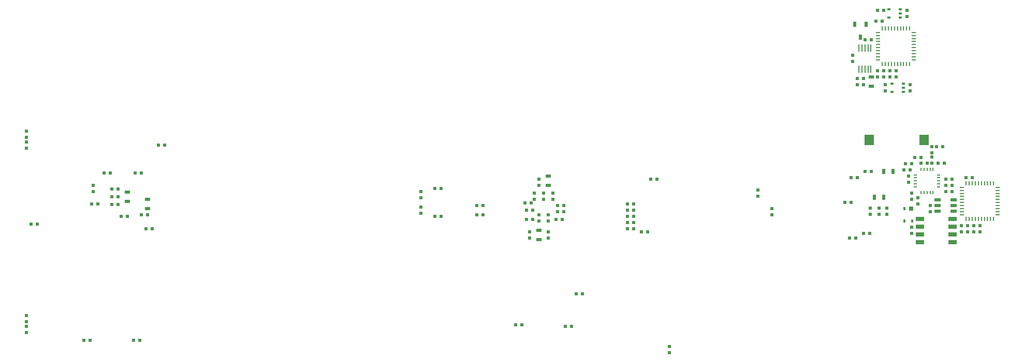
<source format=gbp>
G04 This is an RS-274x file exported by *
G04 gerbv version 2.4.0 *
G04 More information is available about gerbv at *
G04 http://gerbv.gpleda.org/ *
G04 --End of header info--*
%MOIN*%
%FSLAX23Y23*%
%IPPOS*%
G04 --Define apertures--*
%ADD10C,0.0060*%
%ADD11R,0.0236X0.0197*%
%ADD12R,0.0197X0.0236*%
%ADD13R,0.0354X0.0236*%
%ADD14R,0.0098X0.0472*%
%ADD15R,0.0098X0.0256*%
%ADD16R,0.0256X0.0098*%
%ADD17R,0.0236X0.0335*%
%ADD18R,0.0420X0.0236*%
%ADD19R,0.0165X0.0236*%
%ADD20R,0.0315X0.0276*%
%ADD21R,0.0098X0.0236*%
%ADD22R,0.0236X0.0098*%
%ADD23R,0.0236X0.0354*%
%ADD24R,0.0591X0.0709*%
%ADD25R,0.0551X0.0276*%
%ADD26R,0.0236X0.0157*%
%ADD27C,0.1500*%
G04 --Start main section--*
G54D11*
G01X02790Y01320D03*
G01X02790Y01280D03*
G01X02830Y01320D03*
G01X02830Y01280D03*
G01X02910Y01280D03*
G01X02910Y01320D03*
G01X02590Y01450D03*
G01X02590Y01410D03*
G01X02310Y01435D03*
G01X02310Y01395D03*
G01X01570Y01390D03*
G01X01570Y01430D03*
G01X01480Y01550D03*
G01X01480Y01510D03*
G01X02330Y02320D03*
G01X02330Y02280D03*
G01X02120Y02230D03*
G01X02120Y02270D03*
G01X02300Y02230D03*
G01X02300Y02190D03*
G01X02460Y02190D03*
G01X02460Y02230D03*
G54D12*
G01X-2490Y01660D03*
G01X-2530Y01660D03*
G01X-2580Y01380D03*
G01X-2620Y01380D03*
G01X-2860Y00580D03*
G01X-2820Y00580D03*
G01X-0560Y01380D03*
G01X-0600Y01380D03*
G54D11*
G01X-0690Y01500D03*
G01X-0690Y01540D03*
G54D12*
G01X-0600Y01560D03*
G01X-0560Y01560D03*
G01X00680Y01380D03*
G01X00640Y01380D03*
G01X00640Y01340D03*
G01X00680Y01340D03*
G01X00770Y01280D03*
G01X00730Y01280D03*
G01X00790Y01620D03*
G01X00830Y01620D03*
G01X00640Y01420D03*
G01X00680Y01420D03*
G01X00680Y01460D03*
G01X00640Y01460D03*
G01X-0290Y01390D03*
G01X-0330Y01390D03*
G01X-0290Y01450D03*
G01X-0330Y01450D03*
G54D11*
G01X-0690Y01400D03*
G01X-0690Y01440D03*
G01X00100Y01490D03*
G01X00100Y01530D03*
G54D12*
G01X00190Y01450D03*
G01X00230Y01450D03*
G54D11*
G01X00160Y01490D03*
G01X00160Y01530D03*
G54D12*
G01X00180Y01360D03*
G01X00220Y01360D03*
G54D11*
G01X00130Y01240D03*
G01X00130Y01280D03*
G01X00010Y01240D03*
G01X00010Y01280D03*
G54D12*
G01X00030Y01420D03*
G01X-0010Y01420D03*
G01X00030Y01360D03*
G01X-0010Y01360D03*
G01X00190Y01410D03*
G01X00230Y01410D03*
G54D11*
G01X00130Y01390D03*
G01X00130Y01350D03*
G01X00070Y01390D03*
G01X00070Y01350D03*
G54D13*
G01X02210Y02221D03*
G01X02210Y02280D03*
G01X00070Y01290D03*
G01X00070Y01231D03*
G54D14*
G01X02209Y02331D03*
G01X02190Y02331D03*
G01X02170Y02331D03*
G01X02150Y02331D03*
G01X02131Y02331D03*
G01X02131Y02469D03*
G01X02150Y02469D03*
G01X02170Y02469D03*
G01X02190Y02469D03*
G01X02209Y02469D03*
G54D15*
G01X02999Y01365D03*
G01X02979Y01365D03*
G01X02959Y01365D03*
G01X02940Y01365D03*
G01X02920Y01365D03*
G01X02900Y01365D03*
G01X02881Y01365D03*
G01X02861Y01365D03*
G01X02841Y01365D03*
G01X02821Y01365D03*
G01X02821Y01595D03*
G01X02841Y01595D03*
G01X02861Y01595D03*
G01X02881Y01595D03*
G01X02900Y01595D03*
G01X02920Y01595D03*
G01X02940Y01595D03*
G01X02959Y01595D03*
G01X02979Y01595D03*
G01X02999Y01595D03*
G54D16*
G01X02795Y01391D03*
G01X02795Y01411D03*
G01X02795Y01431D03*
G01X02795Y01451D03*
G01X02795Y01470D03*
G01X02795Y01490D03*
G01X02795Y01510D03*
G01X02795Y01529D03*
G01X02795Y01549D03*
G01X02795Y01569D03*
G01X03025Y01569D03*
G01X03025Y01549D03*
G01X03025Y01529D03*
G01X03025Y01510D03*
G01X03025Y01490D03*
G01X03025Y01470D03*
G01X03025Y01451D03*
G01X03025Y01431D03*
G01X03025Y01411D03*
G01X03025Y01391D03*
G54D15*
G01X02459Y02365D03*
G01X02439Y02365D03*
G01X02419Y02365D03*
G01X02400Y02365D03*
G01X02380Y02365D03*
G01X02360Y02365D03*
G01X02341Y02365D03*
G01X02321Y02365D03*
G01X02301Y02365D03*
G01X02281Y02365D03*
G01X02281Y02595D03*
G01X02301Y02595D03*
G01X02321Y02595D03*
G01X02341Y02595D03*
G01X02360Y02595D03*
G01X02380Y02595D03*
G01X02400Y02595D03*
G01X02419Y02595D03*
G01X02439Y02595D03*
G01X02459Y02595D03*
G54D16*
G01X02255Y02391D03*
G01X02255Y02411D03*
G01X02255Y02431D03*
G01X02255Y02451D03*
G01X02255Y02470D03*
G01X02255Y02490D03*
G01X02255Y02510D03*
G01X02255Y02529D03*
G01X02255Y02549D03*
G01X02255Y02569D03*
G01X02485Y02569D03*
G01X02485Y02549D03*
G01X02485Y02529D03*
G01X02485Y02510D03*
G01X02485Y02490D03*
G01X02485Y02470D03*
G01X02485Y02451D03*
G01X02485Y02431D03*
G01X02485Y02411D03*
G01X02485Y02391D03*
G54D17*
G01X02140Y02539D03*
G01X02103Y02621D03*
G01X02177Y02621D03*
G54D18*
G01X02741Y01487D03*
G01X02741Y01450D03*
G01X02741Y01413D03*
G01X02639Y01413D03*
G01X02639Y01450D03*
G01X02639Y01487D03*
G54D12*
G01X02730Y01540D03*
G01X02690Y01540D03*
G54D11*
G01X02870Y01320D03*
G01X02870Y01280D03*
G54D12*
G01X02860Y01630D03*
G01X02820Y01630D03*
G01X02690Y01580D03*
G01X02730Y01580D03*
G54D19*
G01X02424Y01430D03*
G54D20*
G01X02469Y01430D03*
G54D19*
G01X02475Y01352D03*
G01X02424Y01352D03*
G54D11*
G01X02470Y01310D03*
G01X02470Y01270D03*
G54D21*
G01X02570Y01535D03*
G01X02590Y01535D03*
G01X02609Y01535D03*
G01X02550Y01535D03*
G01X02531Y01535D03*
G01X02609Y01685D03*
G01X02590Y01685D03*
G01X02570Y01685D03*
G01X02550Y01685D03*
G01X02531Y01685D03*
G54D22*
G01X02645Y01610D03*
G01X02645Y01630D03*
G01X02645Y01649D03*
G01X02645Y01590D03*
G01X02645Y01571D03*
G01X02495Y01610D03*
G01X02495Y01630D03*
G01X02495Y01649D03*
G01X02495Y01590D03*
G01X02495Y01571D03*
G54D11*
G01X02600Y01765D03*
G01X02600Y01725D03*
G54D12*
G01X02570Y01725D03*
G01X02530Y01725D03*
G01X02490Y01760D03*
G01X02530Y01760D03*
G01X02430Y01720D03*
G01X02470Y01720D03*
G01X02420Y01680D03*
G01X02460Y01680D03*
G54D11*
G01X02600Y01790D03*
G01X02600Y01830D03*
G54D12*
G01X02630Y01830D03*
G01X02670Y01830D03*
G01X02730Y01620D03*
G01X02690Y01620D03*
G54D11*
G01X02510Y01460D03*
G01X02510Y01500D03*
G01X02470Y01490D03*
G01X02470Y01530D03*
G01X02205Y01435D03*
G01X02205Y01395D03*
G01X02260Y01435D03*
G01X02260Y01395D03*
G54D23*
G01X02231Y01505D03*
G01X02290Y01505D03*
G01X02291Y01670D03*
G01X02350Y01670D03*
G54D12*
G01X02080Y01630D03*
G01X02120Y01630D03*
G01X02170Y01670D03*
G01X02210Y01670D03*
G54D11*
G01X02450Y01640D03*
G01X02450Y01600D03*
G54D12*
G01X02680Y01725D03*
G01X02640Y01725D03*
G54D24*
G01X02552Y01875D03*
G01X02198Y01875D03*
G54D12*
G01X02070Y01240D03*
G01X02110Y01240D03*
G01X02200Y01270D03*
G01X02160Y01270D03*
G01X02040Y01470D03*
G01X02080Y01470D03*
G54D11*
G01X02440Y02670D03*
G01X02440Y02710D03*
G54D12*
G01X02250Y02710D03*
G01X02290Y02710D03*
G54D11*
G01X02160Y02270D03*
G01X02160Y02230D03*
G01X02250Y02320D03*
G01X02250Y02280D03*
G01X02290Y02320D03*
G01X02290Y02280D03*
G01X02370Y02280D03*
G01X02370Y02320D03*
G54D12*
G01X02240Y02640D03*
G01X02280Y02640D03*
G54D11*
G01X02090Y02420D03*
G01X02090Y02380D03*
G54D12*
G01X-2640Y01557D03*
G01X-2680Y01557D03*
G01X-2640Y01457D03*
G01X-2680Y01457D03*
G01X-2640Y01507D03*
G01X-2680Y01507D03*
G54D13*
G01X-2580Y01537D03*
G01X-2580Y01478D03*
G01X-2450Y01490D03*
G01X-2450Y01431D03*
G54D12*
G01X-2460Y01300D03*
G01X-2420Y01300D03*
G01X-2690Y01660D03*
G01X-2730Y01660D03*
G01X-2340Y01840D03*
G01X-2380Y01840D03*
G01X-2540Y00580D03*
G01X-2500Y00580D03*
G54D11*
G01X00040Y01490D03*
G01X00040Y01530D03*
G54D12*
G01X00020Y01467D03*
G01X-0020Y01467D03*
G54D11*
G01X00070Y01620D03*
G01X00070Y01580D03*
G54D13*
G01X00130Y01581D03*
G01X00130Y01640D03*
G54D12*
G01X00310Y00880D03*
G01X00350Y00880D03*
G01X-0080Y00680D03*
G01X-0040Y00680D03*
G01X00240Y00670D03*
G01X00280Y00670D03*
G01X02170Y02520D03*
G01X02210Y02520D03*
G01X-3200Y01330D03*
G01X-3160Y01330D03*
G54D25*
G01X02524Y01215D03*
G01X02524Y01265D03*
G01X02524Y01315D03*
G01X02524Y01365D03*
G01X02736Y01365D03*
G01X02736Y01315D03*
G01X02736Y01265D03*
G01X02736Y01215D03*
G54D26*
G01X02397Y02716D03*
G01X02397Y02690D03*
G01X02397Y02664D03*
G01X02323Y02664D03*
G01X02323Y02716D03*
G01X02417Y02236D03*
G01X02417Y02210D03*
G01X02417Y02184D03*
G01X02343Y02184D03*
G01X02343Y02236D03*
G54D12*
G01X00680Y01300D03*
G01X00640Y01300D03*
G54D11*
G01X-3230Y00700D03*
G01X-3230Y00740D03*
G01X-3230Y01890D03*
G01X-3230Y01930D03*
G01X-3230Y00670D03*
G01X-3230Y00630D03*
G01X-3230Y01860D03*
G01X-3230Y01820D03*
G54D12*
G01X-2490Y01390D03*
G01X-2450Y01390D03*
G54D11*
G01X-2800Y01580D03*
G01X-2800Y01540D03*
G54D12*
G01X-2810Y01460D03*
G01X-2770Y01460D03*
G54D11*
G01X00910Y00500D03*
G01X00910Y00540D03*
M02*

</source>
